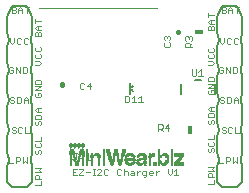
<source format=gto>
G75*
%MOIN*%
%OFA0B0*%
%FSLAX24Y24*%
%IPPOS*%
%LPD*%
%AMOC8*
5,1,8,0,0,1.08239X$1,22.5*
%
%ADD10C,0.0040*%
%ADD11C,0.0080*%
%ADD12R,0.0042X0.0007*%
%ADD13R,0.0035X0.0007*%
%ADD14R,0.0028X0.0007*%
%ADD15R,0.0099X0.0007*%
%ADD16R,0.0106X0.0007*%
%ADD17R,0.0092X0.0007*%
%ADD18R,0.0120X0.0007*%
%ADD19R,0.0113X0.0007*%
%ADD20R,0.0085X0.0007*%
%ADD21R,0.0333X0.0007*%
%ADD22R,0.0099X0.0007*%
%ADD23R,0.0106X0.0007*%
%ADD24R,0.0092X0.0007*%
%ADD25R,0.0163X0.0007*%
%ADD26R,0.0149X0.0007*%
%ADD27R,0.0092X0.0007*%
%ADD28R,0.0127X0.0007*%
%ADD29R,0.0333X0.0007*%
%ADD30R,0.0099X0.0007*%
%ADD31R,0.0106X0.0007*%
%ADD32R,0.0092X0.0007*%
%ADD33R,0.0113X0.0007*%
%ADD34R,0.0191X0.0007*%
%ADD35R,0.0177X0.0007*%
%ADD36R,0.0092X0.0007*%
%ADD37R,0.0149X0.0007*%
%ADD38R,0.0333X0.0007*%
%ADD39R,0.0120X0.0007*%
%ADD40R,0.0212X0.0007*%
%ADD41R,0.0191X0.0007*%
%ADD42R,0.0092X0.0007*%
%ADD43R,0.0177X0.0007*%
%ADD44R,0.0120X0.0007*%
%ADD45R,0.0234X0.0007*%
%ADD46R,0.0205X0.0007*%
%ADD47R,0.0099X0.0007*%
%ADD48R,0.0120X0.0007*%
%ADD49R,0.0092X0.0007*%
%ADD50R,0.0113X0.0007*%
%ADD51R,0.0120X0.0007*%
%ADD52R,0.0255X0.0007*%
%ADD53R,0.0220X0.0007*%
%ADD54R,0.0092X0.0007*%
%ADD55R,0.0106X0.0007*%
%ADD56R,0.0198X0.0007*%
%ADD57R,0.0333X0.0007*%
%ADD58R,0.0135X0.0007*%
%ADD59R,0.0127X0.0007*%
%ADD60R,0.0269X0.0007*%
%ADD61R,0.0326X0.0007*%
%ADD62R,0.0212X0.0007*%
%ADD63R,0.0135X0.0007*%
%ADD64R,0.0127X0.0007*%
%ADD65R,0.0127X0.0007*%
%ADD66R,0.0283X0.0007*%
%ADD67R,0.0333X0.0007*%
%ADD68R,0.0227X0.0007*%
%ADD69R,0.0135X0.0007*%
%ADD70R,0.0127X0.0007*%
%ADD71R,0.0290X0.0007*%
%ADD72R,0.0333X0.0007*%
%ADD73R,0.0135X0.0007*%
%ADD74R,0.0297X0.0007*%
%ADD75R,0.0340X0.0007*%
%ADD76R,0.0149X0.0007*%
%ADD77R,0.0135X0.0007*%
%ADD78R,0.0142X0.0007*%
%ADD79R,0.0312X0.0007*%
%ADD80R,0.0156X0.0007*%
%ADD81R,0.0340X0.0007*%
%ADD82R,0.0142X0.0007*%
%ADD83R,0.0120X0.0007*%
%ADD84R,0.0142X0.0007*%
%ADD85R,0.0326X0.0007*%
%ADD86R,0.0149X0.0007*%
%ADD87R,0.0142X0.0007*%
%ADD88R,0.0106X0.0007*%
%ADD89R,0.0127X0.0007*%
%ADD90R,0.0135X0.0007*%
%ADD91R,0.0113X0.0007*%
%ADD92R,0.0163X0.0007*%
%ADD93R,0.0163X0.0007*%
%ADD94R,0.0156X0.0007*%
%ADD95R,0.0113X0.0007*%
%ADD96R,0.0120X0.0007*%
%ADD97R,0.0163X0.0007*%
%ADD98R,0.0163X0.0007*%
%ADD99R,0.0085X0.0007*%
%ADD100R,0.0170X0.0007*%
%ADD101R,0.0177X0.0007*%
%ADD102R,0.0085X0.0007*%
%ADD103R,0.0078X0.0007*%
%ADD104R,0.0177X0.0007*%
%ADD105R,0.0106X0.0007*%
%ADD106R,0.0113X0.0007*%
%ADD107R,0.0085X0.0007*%
%ADD108R,0.0177X0.0007*%
%ADD109R,0.0085X0.0007*%
%ADD110R,0.0177X0.0007*%
%ADD111R,0.0177X0.0007*%
%ADD112R,0.0099X0.0007*%
%ADD113R,0.0184X0.0007*%
%ADD114R,0.0099X0.0007*%
%ADD115R,0.0368X0.0007*%
%ADD116R,0.0191X0.0007*%
%ADD117R,0.0368X0.0007*%
%ADD118R,0.0163X0.0007*%
%ADD119R,0.0184X0.0007*%
%ADD120R,0.0368X0.0007*%
%ADD121R,0.0290X0.0007*%
%ADD122R,0.0113X0.0007*%
%ADD123R,0.0085X0.0007*%
%ADD124R,0.0368X0.0007*%
%ADD125R,0.0276X0.0007*%
%ADD126R,0.0361X0.0007*%
%ADD127R,0.0255X0.0007*%
%ADD128R,0.0085X0.0007*%
%ADD129R,0.0361X0.0007*%
%ADD130R,0.0220X0.0007*%
%ADD131R,0.0361X0.0007*%
%ADD132R,0.0099X0.0007*%
%ADD133R,0.0106X0.0007*%
%ADD134R,0.0106X0.0007*%
%ADD135R,0.0120X0.0007*%
%ADD136R,0.0219X0.0007*%
%ADD137R,0.0142X0.0007*%
%ADD138R,0.0219X0.0007*%
%ADD139R,0.0312X0.0007*%
%ADD140R,0.0219X0.0007*%
%ADD141R,0.0347X0.0007*%
%ADD142R,0.0312X0.0007*%
%ADD143R,0.0304X0.0007*%
%ADD144R,0.0340X0.0007*%
%ADD145R,0.0312X0.0007*%
%ADD146R,0.0234X0.0007*%
%ADD147R,0.0297X0.0007*%
%ADD148R,0.0219X0.0007*%
%ADD149R,0.0312X0.0007*%
%ADD150R,0.0227X0.0007*%
%ADD151R,0.0283X0.0007*%
%ADD152R,0.0290X0.0007*%
%ADD153R,0.0269X0.0007*%
%ADD154R,0.0205X0.0007*%
%ADD155R,0.0184X0.0007*%
%ADD156R,0.0255X0.0007*%
%ADD157R,0.0198X0.0007*%
%ADD158R,0.0191X0.0007*%
%ADD159R,0.0184X0.0007*%
%ADD160R,0.0241X0.0007*%
%ADD161R,0.0255X0.0007*%
%ADD162R,0.0191X0.0007*%
%ADD163R,0.0198X0.0007*%
%ADD164R,0.0184X0.0007*%
%ADD165R,0.0234X0.0007*%
%ADD166R,0.0212X0.0007*%
%ADD167R,0.0184X0.0007*%
%ADD168R,0.0170X0.0007*%
%ADD169R,0.0170X0.0007*%
%ADD170R,0.0156X0.0007*%
%ADD171R,0.0035X0.0007*%
%ADD172R,0.0170X0.0007*%
%ADD173R,0.0042X0.0007*%
%ADD174R,0.0064X0.0007*%
%ADD175R,0.0028X0.0007*%
%ADD176R,0.0035X0.0007*%
%ADD177R,0.0156X0.0007*%
%ADD178R,0.0177X0.0007*%
%ADD179R,0.0170X0.0007*%
%ADD180R,0.0028X0.0007*%
%ADD181R,0.0028X0.0007*%
%ADD182R,0.0057X0.0007*%
%ADD183R,0.0057X0.0007*%
%ADD184R,0.0042X0.0007*%
%ADD185R,0.0043X0.0007*%
%ADD186R,0.0050X0.0007*%
%ADD187R,0.0050X0.0007*%
%ADD188R,0.0043X0.0007*%
%ADD189R,0.0043X0.0007*%
%ADD190R,0.0035X0.0007*%
%ADD191R,0.0035X0.0007*%
%ADD192R,0.0078X0.0007*%
%ADD193R,0.0064X0.0007*%
%ADD194C,0.0020*%
%ADD195R,0.0280X0.0160*%
%ADD196R,0.0160X0.0280*%
%ADD197C,0.0160*%
%ADD198C,0.0000*%
D10*
X001890Y001450D02*
X002091Y001450D01*
X002091Y001583D01*
X002091Y001671D02*
X001890Y001671D01*
X001890Y001771D01*
X001924Y001804D01*
X001991Y001804D01*
X002024Y001771D01*
X002024Y001671D01*
X002091Y001892D02*
X001890Y001892D01*
X001890Y002025D02*
X002091Y002025D01*
X002024Y001958D01*
X002091Y001892D01*
X001604Y002198D02*
X001604Y002398D01*
X001470Y002398D02*
X001470Y002198D01*
X001537Y002264D01*
X001604Y002198D01*
X001383Y002298D02*
X001383Y002364D01*
X001349Y002398D01*
X001249Y002398D01*
X001249Y002198D01*
X001249Y002264D02*
X001349Y002264D01*
X001383Y002298D01*
X001162Y002198D02*
X001028Y002198D01*
X001028Y002398D01*
X001883Y002530D02*
X001916Y002497D01*
X001949Y002497D01*
X001983Y002530D01*
X001983Y002597D01*
X002016Y002630D01*
X002049Y002630D01*
X002083Y002597D01*
X002083Y002530D01*
X002049Y002497D01*
X001883Y002530D02*
X001883Y002597D01*
X001916Y002630D01*
X001916Y002718D02*
X002049Y002718D01*
X002083Y002751D01*
X002083Y002818D01*
X002049Y002851D01*
X002083Y002939D02*
X002083Y003072D01*
X002083Y002939D02*
X001883Y002939D01*
X001916Y002851D02*
X001883Y002818D01*
X001883Y002751D01*
X001916Y002718D01*
X001682Y003182D02*
X001549Y003182D01*
X001549Y003382D01*
X001461Y003349D02*
X001428Y003382D01*
X001361Y003382D01*
X001328Y003349D01*
X001328Y003215D01*
X001361Y003182D01*
X001428Y003182D01*
X001461Y003215D01*
X001240Y003215D02*
X001207Y003182D01*
X001140Y003182D01*
X001107Y003215D01*
X001140Y003282D02*
X001107Y003315D01*
X001107Y003349D01*
X001140Y003382D01*
X001207Y003382D01*
X001240Y003349D01*
X001207Y003282D02*
X001240Y003249D01*
X001240Y003215D01*
X001207Y003282D02*
X001140Y003282D01*
X001890Y003491D02*
X001924Y003457D01*
X001957Y003457D01*
X001991Y003491D01*
X001991Y003557D01*
X002024Y003591D01*
X002057Y003591D01*
X002091Y003557D01*
X002091Y003491D01*
X002057Y003457D01*
X001890Y003491D02*
X001890Y003557D01*
X001924Y003591D01*
X001890Y003678D02*
X001890Y003778D01*
X001924Y003812D01*
X002057Y003812D01*
X002091Y003778D01*
X002091Y003678D01*
X001890Y003678D01*
X001957Y003899D02*
X001890Y003966D01*
X001957Y004033D01*
X002091Y004033D01*
X001991Y004033D02*
X001991Y003899D01*
X001957Y003899D02*
X002091Y003899D01*
X001643Y004205D02*
X001643Y004339D01*
X001576Y004406D01*
X001510Y004339D01*
X001510Y004205D01*
X001422Y004239D02*
X001422Y004372D01*
X001389Y004406D01*
X001289Y004406D01*
X001289Y004205D01*
X001389Y004205D01*
X001422Y004239D01*
X001510Y004306D02*
X001643Y004306D01*
X001890Y004436D02*
X001890Y004502D01*
X001924Y004536D01*
X001890Y004502D01*
X001890Y004436D01*
X001924Y004402D01*
X002057Y004402D01*
X002091Y004436D01*
X002091Y004502D01*
X002057Y004536D01*
X001991Y004536D01*
X001991Y004469D01*
X001991Y004536D01*
X002057Y004536D01*
X002091Y004502D01*
X002091Y004436D01*
X002057Y004402D01*
X001924Y004402D01*
X001890Y004436D01*
X001890Y004623D02*
X002091Y004757D01*
X001890Y004757D01*
X002091Y004757D01*
X001890Y004623D01*
X002091Y004623D01*
X001890Y004623D01*
X001890Y004844D02*
X001890Y004944D01*
X001924Y004978D01*
X001890Y004944D01*
X001890Y004844D01*
X002091Y004844D01*
X002091Y004944D01*
X002057Y004978D01*
X001924Y004978D01*
X002057Y004978D01*
X002091Y004944D01*
X002091Y004844D01*
X001890Y004844D01*
X001570Y005190D02*
X001470Y005190D01*
X001470Y005390D01*
X001570Y005390D01*
X001604Y005356D01*
X001604Y005223D01*
X001570Y005190D01*
X001383Y005190D02*
X001383Y005390D01*
X001249Y005390D02*
X001383Y005190D01*
X001249Y005190D02*
X001249Y005390D01*
X001162Y005356D02*
X001128Y005390D01*
X001062Y005390D01*
X001028Y005356D01*
X001028Y005223D01*
X001062Y005190D01*
X001128Y005190D01*
X001162Y005223D01*
X001162Y005290D01*
X001095Y005290D01*
X001894Y005472D02*
X002028Y005472D01*
X002094Y005538D01*
X002028Y005605D01*
X001894Y005605D01*
X001928Y005693D02*
X001894Y005726D01*
X001894Y005793D01*
X001928Y005826D01*
X001928Y005914D02*
X002061Y005914D01*
X002094Y005947D01*
X002094Y006014D01*
X002061Y006047D01*
X001928Y006047D02*
X001894Y006014D01*
X001894Y005947D01*
X001928Y005914D01*
X002061Y005826D02*
X002094Y005793D01*
X002094Y005726D01*
X002061Y005693D01*
X001928Y005693D01*
X001610Y006174D02*
X001643Y006207D01*
X001610Y006174D02*
X001543Y006174D01*
X001510Y006207D01*
X001510Y006341D01*
X001543Y006374D01*
X001610Y006374D01*
X001643Y006341D01*
X001422Y006341D02*
X001389Y006374D01*
X001322Y006374D01*
X001289Y006341D01*
X001289Y006207D01*
X001322Y006174D01*
X001389Y006174D01*
X001422Y006207D01*
X001201Y006241D02*
X001134Y006174D01*
X001068Y006241D01*
X001068Y006374D01*
X001201Y006374D02*
X001201Y006241D01*
X001878Y006418D02*
X001878Y006519D01*
X001912Y006552D01*
X001945Y006552D01*
X001979Y006519D01*
X001979Y006418D01*
X002079Y006418D02*
X002079Y006519D01*
X002045Y006552D01*
X002012Y006552D01*
X001979Y006519D01*
X002079Y006418D02*
X001878Y006418D01*
X001945Y006639D02*
X001878Y006706D01*
X001945Y006773D01*
X002079Y006773D01*
X001979Y006773D02*
X001979Y006639D01*
X001945Y006639D02*
X002079Y006639D01*
X001878Y006860D02*
X001878Y006994D01*
X001878Y006927D02*
X002079Y006927D01*
X001616Y007198D02*
X001616Y007398D01*
X001682Y007398D02*
X001549Y007398D01*
X001461Y007331D02*
X001461Y007198D01*
X001461Y007298D02*
X001328Y007298D01*
X001328Y007331D02*
X001395Y007398D01*
X001461Y007331D01*
X001328Y007331D02*
X001328Y007198D01*
X001240Y007231D02*
X001240Y007264D01*
X001207Y007298D01*
X001107Y007298D01*
X001107Y007198D02*
X001107Y007398D01*
X001207Y007398D01*
X001240Y007364D01*
X001240Y007331D01*
X001207Y007298D01*
X001240Y007231D02*
X001207Y007198D01*
X001107Y007198D01*
X001101Y004406D02*
X001068Y004372D01*
X001068Y004339D01*
X001101Y004306D01*
X001168Y004306D01*
X001201Y004272D01*
X001201Y004239D01*
X001168Y004205D01*
X001101Y004205D01*
X001068Y004239D01*
X001101Y004406D02*
X001168Y004406D01*
X001201Y004372D01*
X003145Y001986D02*
X003145Y001786D01*
X003278Y001786D01*
X003366Y001786D02*
X003499Y001786D01*
X003366Y001786D02*
X003366Y001820D01*
X003499Y001953D01*
X003499Y001986D01*
X003366Y001986D01*
X003278Y001986D02*
X003145Y001986D01*
X003145Y001886D02*
X003212Y001886D01*
X003587Y001886D02*
X003720Y001886D01*
X003808Y001786D02*
X003874Y001786D01*
X003841Y001786D02*
X003841Y001986D01*
X003808Y001986D02*
X003874Y001986D01*
X003955Y001953D02*
X003988Y001986D01*
X004055Y001986D01*
X004089Y001953D01*
X004089Y001920D01*
X003955Y001786D01*
X004089Y001786D01*
X004176Y001820D02*
X004209Y001786D01*
X004276Y001786D01*
X004310Y001820D01*
X004176Y001820D02*
X004176Y001953D01*
X004209Y001986D01*
X004276Y001986D01*
X004310Y001953D01*
X004618Y001953D02*
X004618Y001820D01*
X004651Y001786D01*
X004718Y001786D01*
X004751Y001820D01*
X004839Y001786D02*
X004839Y001986D01*
X004872Y001920D02*
X004839Y001886D01*
X004872Y001920D02*
X004939Y001920D01*
X004972Y001886D01*
X004972Y001786D01*
X005060Y001820D02*
X005093Y001853D01*
X005193Y001853D01*
X005193Y001886D02*
X005193Y001786D01*
X005093Y001786D01*
X005060Y001820D01*
X005093Y001920D02*
X005160Y001920D01*
X005193Y001886D01*
X005281Y001853D02*
X005348Y001920D01*
X005381Y001920D01*
X005465Y001886D02*
X005465Y001820D01*
X005499Y001786D01*
X005599Y001786D01*
X005599Y001753D02*
X005599Y001920D01*
X005499Y001920D01*
X005465Y001886D01*
X005599Y001753D02*
X005565Y001719D01*
X005532Y001719D01*
X005686Y001820D02*
X005686Y001886D01*
X005720Y001920D01*
X005786Y001920D01*
X005820Y001886D01*
X005820Y001853D01*
X005686Y001853D01*
X005686Y001820D02*
X005720Y001786D01*
X005786Y001786D01*
X005907Y001786D02*
X005907Y001920D01*
X005907Y001853D02*
X005974Y001920D01*
X006007Y001920D01*
X006312Y001986D02*
X006312Y001853D01*
X006379Y001786D01*
X006446Y001853D01*
X006446Y001986D01*
X006533Y001920D02*
X006600Y001986D01*
X006600Y001786D01*
X006533Y001786D02*
X006667Y001786D01*
X007666Y001814D02*
X007666Y001714D01*
X007866Y001714D01*
X007799Y001714D02*
X007799Y001814D01*
X007766Y001847D01*
X007699Y001847D01*
X007666Y001814D01*
X007666Y001935D02*
X007866Y001935D01*
X007799Y002002D01*
X007866Y002068D01*
X007666Y002068D01*
X008028Y002198D02*
X008028Y002398D01*
X008028Y002198D02*
X008162Y002198D01*
X008249Y002198D02*
X008249Y002398D01*
X008349Y002398D01*
X008383Y002364D01*
X008383Y002298D01*
X008349Y002264D01*
X008249Y002264D01*
X008470Y002198D02*
X008470Y002398D01*
X008604Y002398D02*
X008604Y002198D01*
X008537Y002264D01*
X008470Y002198D01*
X007866Y002589D02*
X007833Y002556D01*
X007866Y002589D02*
X007866Y002656D01*
X007833Y002689D01*
X007799Y002689D01*
X007766Y002656D01*
X007766Y002589D01*
X007733Y002556D01*
X007699Y002556D01*
X007666Y002589D01*
X007666Y002656D01*
X007699Y002689D01*
X007699Y002777D02*
X007833Y002777D01*
X007866Y002810D01*
X007866Y002877D01*
X007833Y002910D01*
X007866Y002998D02*
X007866Y003131D01*
X007866Y002998D02*
X007666Y002998D01*
X007699Y002910D02*
X007666Y002877D01*
X007666Y002810D01*
X007699Y002777D01*
X008140Y003182D02*
X008107Y003215D01*
X008140Y003182D02*
X008207Y003182D01*
X008240Y003215D01*
X008240Y003249D01*
X008207Y003282D01*
X008140Y003282D01*
X008107Y003315D01*
X008107Y003349D01*
X008140Y003382D01*
X008207Y003382D01*
X008240Y003349D01*
X008328Y003349D02*
X008328Y003215D01*
X008361Y003182D01*
X008428Y003182D01*
X008461Y003215D01*
X008549Y003182D02*
X008682Y003182D01*
X008549Y003182D02*
X008549Y003382D01*
X008461Y003349D02*
X008428Y003382D01*
X008361Y003382D01*
X008328Y003349D01*
X007866Y003534D02*
X007833Y003501D01*
X007866Y003534D02*
X007866Y003601D01*
X007833Y003634D01*
X007799Y003634D01*
X007766Y003601D01*
X007766Y003534D01*
X007733Y003501D01*
X007699Y003501D01*
X007666Y003534D01*
X007666Y003601D01*
X007699Y003634D01*
X007666Y003722D02*
X007666Y003822D01*
X007699Y003855D01*
X007833Y003855D01*
X007866Y003822D01*
X007866Y003722D01*
X007666Y003722D01*
X007733Y003943D02*
X007666Y004009D01*
X007733Y004076D01*
X007866Y004076D01*
X007766Y004076D02*
X007766Y003943D01*
X007733Y003943D02*
X007866Y003943D01*
X008101Y004205D02*
X008068Y004239D01*
X008101Y004205D02*
X008168Y004205D01*
X008201Y004239D01*
X008201Y004272D01*
X008168Y004306D01*
X008101Y004306D01*
X008068Y004339D01*
X008068Y004372D01*
X008101Y004406D01*
X008168Y004406D01*
X008201Y004372D01*
X008289Y004406D02*
X008389Y004406D01*
X008422Y004372D01*
X008422Y004239D01*
X008389Y004205D01*
X008289Y004205D01*
X008289Y004406D01*
X008510Y004339D02*
X008510Y004205D01*
X008510Y004306D02*
X008643Y004306D01*
X008643Y004339D02*
X008643Y004205D01*
X008643Y004339D02*
X008576Y004406D01*
X008510Y004339D01*
X007866Y004518D02*
X007866Y004585D01*
X007833Y004618D01*
X007766Y004618D01*
X007766Y004552D01*
X007699Y004618D02*
X007666Y004585D01*
X007666Y004518D01*
X007699Y004485D01*
X007833Y004485D01*
X007866Y004518D01*
X007866Y004706D02*
X007666Y004706D01*
X007866Y004839D01*
X007666Y004839D01*
X007666Y004927D02*
X007666Y005027D01*
X007699Y005060D01*
X007833Y005060D01*
X007866Y005027D01*
X007866Y004927D01*
X007666Y004927D01*
X008028Y005223D02*
X008062Y005190D01*
X008128Y005190D01*
X008162Y005223D01*
X008162Y005290D01*
X008095Y005290D01*
X008162Y005356D02*
X008128Y005390D01*
X008062Y005390D01*
X008028Y005356D01*
X008028Y005223D01*
X008249Y005190D02*
X008249Y005390D01*
X008383Y005190D01*
X008383Y005390D01*
X008470Y005390D02*
X008570Y005390D01*
X008604Y005356D01*
X008604Y005223D01*
X008570Y005190D01*
X008470Y005190D01*
X008470Y005390D01*
X007866Y005536D02*
X007799Y005469D01*
X007666Y005469D01*
X007666Y005603D02*
X007799Y005603D01*
X007866Y005536D01*
X007833Y005690D02*
X007699Y005690D01*
X007666Y005724D01*
X007666Y005790D01*
X007699Y005824D01*
X007699Y005911D02*
X007833Y005911D01*
X007866Y005945D01*
X007866Y006011D01*
X007833Y006045D01*
X007699Y006045D02*
X007666Y006011D01*
X007666Y005945D01*
X007699Y005911D01*
X007833Y005824D02*
X007866Y005790D01*
X007866Y005724D01*
X007833Y005690D01*
X008134Y006174D02*
X008201Y006241D01*
X008201Y006374D01*
X008289Y006341D02*
X008289Y006207D01*
X008322Y006174D01*
X008389Y006174D01*
X008422Y006207D01*
X008510Y006207D02*
X008543Y006174D01*
X008610Y006174D01*
X008643Y006207D01*
X008510Y006207D02*
X008510Y006341D01*
X008543Y006374D01*
X008610Y006374D01*
X008643Y006341D01*
X008422Y006341D02*
X008389Y006374D01*
X008322Y006374D01*
X008289Y006341D01*
X008134Y006174D02*
X008068Y006241D01*
X008068Y006374D01*
X007843Y006619D02*
X007843Y006719D01*
X007809Y006752D01*
X007776Y006752D01*
X007743Y006719D01*
X007743Y006619D01*
X007843Y006619D02*
X007642Y006619D01*
X007642Y006719D01*
X007676Y006752D01*
X007709Y006752D01*
X007743Y006719D01*
X007743Y006840D02*
X007743Y006973D01*
X007709Y006973D02*
X007843Y006973D01*
X007843Y006840D02*
X007709Y006840D01*
X007642Y006907D01*
X007709Y006973D01*
X007642Y007061D02*
X007642Y007194D01*
X007642Y007128D02*
X007843Y007128D01*
X008107Y007198D02*
X008107Y007398D01*
X008207Y007398D01*
X008240Y007364D01*
X008240Y007331D01*
X008207Y007298D01*
X008107Y007298D01*
X008207Y007298D02*
X008240Y007264D01*
X008240Y007231D01*
X008207Y007198D01*
X008107Y007198D01*
X008328Y007198D02*
X008328Y007331D01*
X008395Y007398D01*
X008461Y007331D01*
X008461Y007198D01*
X008461Y007298D02*
X008328Y007298D01*
X008549Y007398D02*
X008682Y007398D01*
X008616Y007398D02*
X008616Y007198D01*
X004718Y001986D02*
X004651Y001986D01*
X004618Y001953D01*
X004718Y001986D02*
X004751Y001953D01*
X005281Y001920D02*
X005281Y001786D01*
X007666Y001493D02*
X007866Y001493D01*
X007866Y001626D01*
D11*
X001128Y001390D02*
X000957Y001561D01*
X000957Y002061D01*
X001010Y002311D01*
X000957Y002561D01*
X000957Y003061D01*
X001010Y003311D01*
X000957Y003561D01*
X000957Y004061D01*
X001010Y004311D01*
X000957Y004561D01*
X000957Y005061D01*
X001010Y005311D01*
X000957Y005561D01*
X000957Y006061D01*
X001010Y006311D01*
X000957Y006561D01*
X000957Y007061D01*
X001128Y007430D01*
X001628Y007430D01*
X001800Y007061D01*
X001800Y006561D01*
X001746Y006311D01*
X001800Y006061D01*
X001800Y005561D01*
X001746Y005311D01*
X001800Y005061D01*
X001800Y004561D01*
X001746Y004311D01*
X001800Y004061D01*
X001800Y003561D01*
X001746Y003311D01*
X001800Y003061D01*
X001800Y002561D01*
X001746Y002311D01*
X001800Y002061D01*
X001800Y001561D01*
X001628Y001390D01*
X001128Y001390D01*
X005044Y004504D02*
X005044Y004685D01*
X005166Y004777D01*
X005044Y004867D02*
X005044Y004685D01*
X005050Y004675D02*
X005166Y004599D01*
X006755Y004489D02*
X006755Y004827D01*
X007210Y004977D02*
X007421Y004977D01*
X007875Y004827D02*
X007875Y004489D01*
X007957Y004561D02*
X008010Y004311D01*
X007957Y004061D01*
X007957Y003561D01*
X008010Y003311D01*
X007957Y003061D01*
X007957Y002561D01*
X008010Y002311D01*
X007957Y002061D01*
X007957Y001561D01*
X008128Y001390D01*
X008628Y001390D01*
X008800Y001561D01*
X008800Y002061D01*
X008746Y002311D01*
X008800Y002561D01*
X008800Y003061D01*
X008746Y003311D01*
X008800Y003561D01*
X008800Y004061D01*
X008746Y004311D01*
X008800Y004561D01*
X008800Y005061D01*
X008746Y005311D01*
X008800Y005561D01*
X008800Y006061D01*
X008746Y006311D01*
X008800Y006561D01*
X008800Y007061D01*
X008628Y007430D01*
X008128Y007430D01*
X007957Y007061D01*
X007957Y006561D01*
X008010Y006311D01*
X007957Y006061D01*
X007957Y005561D01*
X008010Y005311D01*
X007957Y005061D01*
X007957Y004561D01*
D12*
X005066Y002099D03*
X003529Y002750D03*
X003515Y002793D03*
X003445Y002750D03*
X003445Y002743D03*
X003395Y002750D03*
X003381Y002793D03*
X003310Y002750D03*
X003310Y002743D03*
X003260Y002750D03*
X003246Y002793D03*
X003218Y002694D03*
X003083Y002694D03*
X003041Y002743D03*
X003041Y002750D03*
X003112Y002793D03*
X003352Y002694D03*
X003487Y002694D03*
D13*
X003080Y002842D03*
X005395Y002099D03*
D14*
X005866Y002502D03*
X006192Y002099D03*
D15*
X006192Y002106D03*
X006305Y002255D03*
X006305Y002269D03*
X006305Y002304D03*
X006305Y002318D03*
X006298Y002368D03*
X006447Y002368D03*
X006447Y002354D03*
X006447Y002318D03*
X006447Y002304D03*
X006447Y002269D03*
X006447Y002255D03*
X006447Y002219D03*
X006447Y002205D03*
X006447Y002177D03*
X006447Y002155D03*
X006447Y002127D03*
X006447Y002106D03*
X006447Y002396D03*
X006447Y002417D03*
X006447Y002446D03*
X006447Y002467D03*
X006447Y002545D03*
X006447Y002573D03*
X006447Y002594D03*
X006447Y002623D03*
X006036Y002354D03*
X005710Y002318D03*
X005710Y002304D03*
X005710Y002269D03*
X005710Y002255D03*
X005710Y002219D03*
X005710Y002205D03*
X005710Y002177D03*
X005710Y002155D03*
X005710Y002127D03*
X005710Y002106D03*
X005562Y002255D03*
X005562Y002269D03*
X005562Y002368D03*
X005562Y002396D03*
X005335Y002396D03*
X005186Y002354D03*
X005172Y002396D03*
X005186Y002219D03*
X005179Y002205D03*
X005328Y002255D03*
X004939Y002219D03*
X004931Y002354D03*
X004931Y002368D03*
X004804Y002396D03*
X004797Y002368D03*
X004790Y002354D03*
X004783Y002318D03*
X004776Y002304D03*
X004655Y002354D03*
X004641Y002417D03*
X004393Y002304D03*
X004450Y002106D03*
X004719Y002106D03*
X004025Y002106D03*
X004025Y002127D03*
X004025Y002155D03*
X004025Y002177D03*
X004025Y002205D03*
X004025Y002219D03*
X004025Y002255D03*
X004025Y002269D03*
X004025Y002304D03*
X004025Y002318D03*
X004025Y002354D03*
X004025Y002368D03*
X003777Y002368D03*
X003777Y002354D03*
X003629Y002354D03*
X003629Y002368D03*
X003629Y002396D03*
X003629Y002417D03*
X003629Y002446D03*
X003629Y002467D03*
X003629Y002545D03*
X003629Y002573D03*
X003629Y002594D03*
X003629Y002623D03*
X003480Y002446D03*
X003480Y002417D03*
X003480Y002396D03*
X003480Y002368D03*
X003480Y002354D03*
X003480Y002318D03*
X003480Y002304D03*
X003480Y002269D03*
X003480Y002255D03*
X003480Y002219D03*
X003480Y002205D03*
X003480Y002177D03*
X003480Y002155D03*
X003480Y002127D03*
X003480Y002106D03*
X003629Y002106D03*
X003629Y002127D03*
X003629Y002155D03*
X003629Y002177D03*
X003629Y002205D03*
X003629Y002219D03*
X003629Y002255D03*
X003629Y002269D03*
X003629Y002304D03*
X003629Y002318D03*
X003076Y002318D03*
X003076Y002304D03*
X003076Y002269D03*
X003076Y002255D03*
X003076Y002219D03*
X003076Y002205D03*
X003076Y002177D03*
X003076Y002155D03*
X003076Y002127D03*
X003076Y002106D03*
X003076Y002354D03*
X003076Y002368D03*
X003076Y002396D03*
X003076Y002417D03*
X003076Y002446D03*
D16*
X003278Y002106D03*
X004015Y002396D03*
X004340Y002495D03*
X004347Y002467D03*
X004354Y002446D03*
X004361Y002417D03*
X004369Y002396D03*
X004376Y002368D03*
X004390Y002318D03*
X004808Y002417D03*
X004815Y002446D03*
X004822Y002467D03*
X004843Y002545D03*
X004850Y002573D03*
X004857Y002594D03*
X004864Y002623D03*
X004942Y002396D03*
X004942Y002205D03*
X005558Y002219D03*
X005558Y002354D03*
X005827Y002467D03*
X006040Y002368D03*
X006040Y002219D03*
X005891Y002205D03*
X005891Y002177D03*
X005891Y002155D03*
X005891Y002127D03*
X005891Y002106D03*
X006295Y002219D03*
D17*
X006033Y002255D03*
X006033Y002269D03*
X006033Y002304D03*
X006033Y002318D03*
X006033Y002446D03*
X006033Y002467D03*
X006033Y002495D03*
X006033Y002545D03*
X006033Y002573D03*
X006033Y002594D03*
X006033Y002623D03*
X005707Y002467D03*
X005707Y002446D03*
X005324Y002368D03*
X005183Y002368D03*
X004928Y002255D03*
X004666Y002304D03*
X004666Y002318D03*
X004652Y002368D03*
X004645Y002396D03*
X004524Y002396D03*
X004517Y002368D03*
X004503Y002304D03*
X004170Y002304D03*
X004170Y002318D03*
X004170Y002354D03*
X004170Y002368D03*
X004170Y002396D03*
X004170Y002417D03*
X004170Y002446D03*
X004170Y002467D03*
X004170Y002545D03*
X004170Y002573D03*
X004170Y002594D03*
X004170Y002623D03*
X003774Y002467D03*
X003774Y002446D03*
X003774Y002318D03*
X003774Y002304D03*
X003774Y002269D03*
X003774Y002255D03*
X003774Y002219D03*
X003774Y002205D03*
X003774Y002177D03*
X003774Y002155D03*
X003774Y002127D03*
X003774Y002106D03*
X004170Y002106D03*
X004170Y002127D03*
X004170Y002155D03*
X004170Y002177D03*
X004170Y002205D03*
X004170Y002219D03*
X004170Y002255D03*
X004170Y002269D03*
X003483Y002722D03*
X003214Y002722D03*
X003080Y002722D03*
X003179Y002446D03*
X003186Y002417D03*
X003193Y002396D03*
X003214Y002318D03*
X003214Y002304D03*
X003229Y002255D03*
X003342Y002304D03*
X003370Y002417D03*
X003377Y002446D03*
X006033Y002155D03*
X006033Y002127D03*
X006033Y002106D03*
D18*
X006047Y002205D03*
X006047Y002396D03*
X005820Y002446D03*
X005063Y002495D03*
X004963Y002417D03*
X005063Y002106D03*
X006748Y002354D03*
D19*
X006716Y002318D03*
X006659Y002255D03*
X006617Y002205D03*
X006284Y002205D03*
X006284Y002396D03*
X005555Y002205D03*
X005392Y002106D03*
X005328Y002177D03*
X005342Y002269D03*
X005349Y002417D03*
X004719Y002127D03*
X004450Y002127D03*
X004323Y002573D03*
X004315Y002594D03*
X004308Y002623D03*
X003784Y002396D03*
D20*
X003352Y002354D03*
X003345Y002318D03*
X003204Y002354D03*
X005569Y002106D03*
D21*
X006698Y002106D03*
X006698Y002127D03*
X006698Y002155D03*
X006698Y002177D03*
D22*
X006447Y002162D03*
X006447Y002113D03*
X006447Y002212D03*
X006447Y002262D03*
X006447Y002311D03*
X006447Y002361D03*
X006447Y002410D03*
X006447Y002460D03*
X006447Y002580D03*
X006447Y002630D03*
X006298Y002361D03*
X006305Y002311D03*
X006305Y002262D03*
X006036Y002361D03*
X005710Y002311D03*
X005710Y002262D03*
X005710Y002212D03*
X005710Y002162D03*
X005710Y002113D03*
X005562Y002262D03*
X005562Y002361D03*
X005342Y002410D03*
X005186Y002361D03*
X005179Y002212D03*
X004939Y002212D03*
X004931Y002361D03*
X004804Y002410D03*
X004790Y002361D03*
X004818Y002460D03*
X004719Y002113D03*
X004450Y002113D03*
X004393Y002311D03*
X004379Y002361D03*
X004365Y002410D03*
X004025Y002361D03*
X004025Y002311D03*
X004025Y002262D03*
X004025Y002212D03*
X004025Y002162D03*
X004025Y002113D03*
X003777Y002361D03*
X003629Y002361D03*
X003629Y002410D03*
X003629Y002460D03*
X003629Y002580D03*
X003629Y002630D03*
X003480Y002410D03*
X003480Y002361D03*
X003480Y002311D03*
X003480Y002262D03*
X003480Y002212D03*
X003480Y002162D03*
X003480Y002113D03*
X003629Y002113D03*
X003629Y002162D03*
X003629Y002212D03*
X003629Y002262D03*
X003629Y002311D03*
X003076Y002311D03*
X003076Y002262D03*
X003076Y002212D03*
X003076Y002162D03*
X003076Y002113D03*
X003076Y002361D03*
X003076Y002410D03*
D23*
X003278Y002113D03*
X004319Y002580D03*
X004354Y002460D03*
X004850Y002580D03*
X005162Y002410D03*
X005332Y002262D03*
X005558Y002212D03*
X005551Y002410D03*
X005891Y002162D03*
X005891Y002113D03*
X006288Y002212D03*
D24*
X006033Y002262D03*
X006033Y002311D03*
X006033Y002460D03*
X006033Y002580D03*
X006033Y002630D03*
X005707Y002460D03*
X006033Y002113D03*
X004666Y002311D03*
X004652Y002361D03*
X004645Y002410D03*
X004517Y002361D03*
X004170Y002361D03*
X004170Y002410D03*
X004170Y002460D03*
X004170Y002580D03*
X004170Y002630D03*
X004170Y002311D03*
X004170Y002262D03*
X004170Y002212D03*
X004170Y002162D03*
X004170Y002113D03*
X003774Y002113D03*
X003774Y002162D03*
X003774Y002212D03*
X003774Y002262D03*
X003774Y002311D03*
X003774Y002460D03*
X003370Y002410D03*
X003356Y002361D03*
X003214Y002311D03*
X003229Y002262D03*
X003186Y002410D03*
D25*
X003448Y002580D03*
X005063Y002113D03*
D26*
X005395Y002113D03*
D27*
X005317Y002212D03*
X005565Y002113D03*
X004779Y002311D03*
X003200Y002361D03*
D28*
X004585Y002580D03*
X004719Y002162D03*
X006192Y002113D03*
D29*
X006153Y002162D03*
X006698Y002162D03*
X006698Y002113D03*
D30*
X006447Y002120D03*
X006447Y002134D03*
X006447Y002148D03*
X006447Y002170D03*
X006447Y002184D03*
X006447Y002198D03*
X006447Y002226D03*
X006447Y002233D03*
X006447Y002247D03*
X006447Y002276D03*
X006447Y002290D03*
X006447Y002297D03*
X006447Y002325D03*
X006447Y002340D03*
X006447Y002347D03*
X006447Y002375D03*
X006447Y002389D03*
X006447Y002403D03*
X006447Y002424D03*
X006447Y002439D03*
X006447Y002453D03*
X006447Y002474D03*
X006447Y002488D03*
X006447Y002538D03*
X006447Y002552D03*
X006447Y002566D03*
X006447Y002587D03*
X006447Y002602D03*
X006447Y002616D03*
X006305Y002347D03*
X006305Y002340D03*
X006305Y002325D03*
X006305Y002297D03*
X006305Y002290D03*
X006305Y002276D03*
X006298Y002233D03*
X006036Y002233D03*
X006036Y002247D03*
X006036Y002347D03*
X005831Y002474D03*
X005710Y002347D03*
X005710Y002340D03*
X005710Y002325D03*
X005710Y002297D03*
X005710Y002290D03*
X005710Y002276D03*
X005710Y002247D03*
X005710Y002233D03*
X005710Y002226D03*
X005710Y002198D03*
X005710Y002184D03*
X005710Y002170D03*
X005710Y002148D03*
X005710Y002134D03*
X005710Y002120D03*
X005562Y002226D03*
X005562Y002233D03*
X005562Y002247D03*
X005562Y002276D03*
X005562Y002375D03*
X005562Y002389D03*
X005555Y002403D03*
X005335Y002403D03*
X005186Y002347D03*
X005321Y002233D03*
X005321Y002198D03*
X004931Y002226D03*
X004931Y002233D03*
X004776Y002297D03*
X004783Y002325D03*
X004790Y002347D03*
X004797Y002375D03*
X004797Y002389D03*
X004804Y002403D03*
X004811Y002424D03*
X004811Y002439D03*
X004818Y002453D03*
X004825Y002488D03*
X004832Y002517D03*
X004839Y002538D03*
X004847Y002566D03*
X004854Y002587D03*
X004861Y002616D03*
X004931Y002375D03*
X004670Y002297D03*
X004662Y002325D03*
X004400Y002290D03*
X004386Y002340D03*
X004372Y002389D03*
X004358Y002439D03*
X004025Y002347D03*
X004025Y002340D03*
X004025Y002325D03*
X004025Y002297D03*
X004025Y002290D03*
X004025Y002276D03*
X004025Y002247D03*
X004025Y002233D03*
X004025Y002226D03*
X004025Y002198D03*
X004025Y002184D03*
X004025Y002170D03*
X004025Y002148D03*
X004025Y002134D03*
X004025Y002120D03*
X003777Y002347D03*
X003629Y002347D03*
X003629Y002340D03*
X003629Y002325D03*
X003629Y002297D03*
X003629Y002290D03*
X003629Y002276D03*
X003629Y002247D03*
X003629Y002233D03*
X003629Y002226D03*
X003629Y002198D03*
X003629Y002184D03*
X003629Y002170D03*
X003629Y002148D03*
X003629Y002134D03*
X003629Y002120D03*
X003480Y002120D03*
X003480Y002134D03*
X003480Y002148D03*
X003480Y002170D03*
X003480Y002184D03*
X003480Y002198D03*
X003480Y002226D03*
X003480Y002233D03*
X003480Y002247D03*
X003480Y002276D03*
X003480Y002290D03*
X003480Y002297D03*
X003480Y002325D03*
X003480Y002340D03*
X003480Y002347D03*
X003480Y002375D03*
X003480Y002389D03*
X003480Y002403D03*
X003480Y002424D03*
X003480Y002439D03*
X003480Y002453D03*
X003629Y002453D03*
X003629Y002439D03*
X003629Y002424D03*
X003629Y002403D03*
X003629Y002389D03*
X003629Y002375D03*
X003629Y002474D03*
X003629Y002488D03*
X003629Y002538D03*
X003629Y002552D03*
X003629Y002566D03*
X003629Y002587D03*
X003629Y002602D03*
X003629Y002616D03*
X003076Y002453D03*
X003076Y002439D03*
X003076Y002424D03*
X003076Y002403D03*
X003076Y002389D03*
X003076Y002375D03*
X003076Y002347D03*
X003076Y002340D03*
X003076Y002325D03*
X003076Y002297D03*
X003076Y002290D03*
X003076Y002276D03*
X003076Y002247D03*
X003076Y002233D03*
X003076Y002226D03*
X003076Y002198D03*
X003076Y002184D03*
X003076Y002170D03*
X003076Y002148D03*
X003076Y002134D03*
X003076Y002120D03*
D31*
X003278Y002120D03*
X003781Y002375D03*
X004022Y002375D03*
X004022Y002389D03*
X004340Y002502D03*
X004347Y002488D03*
X004347Y002474D03*
X004354Y002453D03*
X004361Y002424D03*
X004369Y002403D03*
X004376Y002375D03*
X004390Y002325D03*
X004397Y002297D03*
X004446Y002120D03*
X004822Y002474D03*
X004836Y002524D03*
X004843Y002552D03*
X004857Y002602D03*
X004949Y002403D03*
X004942Y002389D03*
X004949Y002198D03*
X005176Y002198D03*
X005324Y002184D03*
X005891Y002184D03*
X005891Y002198D03*
X005891Y002170D03*
X005891Y002148D03*
X005891Y002134D03*
X005891Y002120D03*
X006040Y002226D03*
X006040Y002375D03*
X006288Y002389D03*
X006295Y002375D03*
X006295Y002226D03*
X004326Y002552D03*
X004319Y002587D03*
X004312Y002616D03*
D32*
X004170Y002616D03*
X004170Y002602D03*
X004170Y002587D03*
X004170Y002566D03*
X004170Y002552D03*
X004170Y002538D03*
X004170Y002488D03*
X004170Y002474D03*
X004170Y002453D03*
X004170Y002439D03*
X004170Y002424D03*
X004170Y002403D03*
X004170Y002389D03*
X004170Y002375D03*
X004170Y002347D03*
X004170Y002340D03*
X004170Y002325D03*
X004170Y002297D03*
X004170Y002290D03*
X004170Y002276D03*
X004170Y002247D03*
X004170Y002233D03*
X004170Y002226D03*
X004170Y002198D03*
X004170Y002184D03*
X004170Y002170D03*
X004170Y002148D03*
X004170Y002134D03*
X004170Y002120D03*
X004510Y002340D03*
X004517Y002375D03*
X004524Y002389D03*
X004524Y002403D03*
X004638Y002424D03*
X004638Y002439D03*
X004645Y002403D03*
X004645Y002389D03*
X004652Y002375D03*
X004659Y002347D03*
X004659Y002340D03*
X004673Y002290D03*
X004772Y002290D03*
X004786Y002340D03*
X004928Y002247D03*
X005190Y002340D03*
X005183Y002375D03*
X005176Y002389D03*
X005332Y002389D03*
X005324Y002247D03*
X005707Y002453D03*
X005707Y002474D03*
X005707Y002488D03*
X006033Y002488D03*
X006033Y002474D03*
X006033Y002453D03*
X006033Y002439D03*
X006033Y002502D03*
X006033Y002517D03*
X006033Y002524D03*
X006033Y002538D03*
X006033Y002552D03*
X006033Y002566D03*
X006033Y002587D03*
X006033Y002602D03*
X006033Y002616D03*
X006033Y002340D03*
X006033Y002325D03*
X006033Y002297D03*
X006033Y002290D03*
X006033Y002276D03*
X006033Y002148D03*
X006033Y002134D03*
X006033Y002120D03*
X003774Y002120D03*
X003774Y002134D03*
X003774Y002148D03*
X003774Y002170D03*
X003774Y002184D03*
X003774Y002198D03*
X003774Y002226D03*
X003774Y002233D03*
X003774Y002247D03*
X003774Y002276D03*
X003774Y002290D03*
X003774Y002297D03*
X003774Y002325D03*
X003774Y002340D03*
X003774Y002439D03*
X003774Y002453D03*
X003774Y002474D03*
X003774Y002488D03*
X003377Y002439D03*
X003363Y002389D03*
X003207Y002347D03*
X003207Y002340D03*
X003193Y002389D03*
X003193Y002403D03*
X003186Y002424D03*
X003179Y002439D03*
X003179Y002453D03*
X003221Y002290D03*
D33*
X003784Y002389D03*
X004011Y002403D03*
X004323Y002566D03*
X004315Y002602D03*
X004450Y002134D03*
X004719Y002134D03*
X004719Y002120D03*
X005555Y002347D03*
X006043Y002389D03*
X006610Y002198D03*
X006638Y002233D03*
X006765Y002375D03*
D34*
X006195Y002134D03*
X005409Y002297D03*
X005063Y002120D03*
X004723Y002276D03*
X004446Y002276D03*
X003434Y002474D03*
X003122Y002474D03*
X003122Y002488D03*
D35*
X003115Y002538D03*
X003115Y002552D03*
X003278Y002233D03*
X003278Y002226D03*
X004446Y002247D03*
X005395Y002120D03*
D36*
X005317Y002226D03*
X005565Y002290D03*
X005565Y002297D03*
X005565Y002134D03*
X005565Y002120D03*
X006203Y002488D03*
X004531Y002439D03*
X004531Y002424D03*
X003200Y002375D03*
D37*
X003278Y002198D03*
X003278Y002184D03*
X004446Y002198D03*
X004723Y002198D03*
X006061Y002184D03*
X006195Y002120D03*
X006203Y002474D03*
D38*
X006153Y002170D03*
X006698Y002170D03*
X006698Y002148D03*
X006698Y002134D03*
X006698Y002120D03*
X003894Y002424D03*
D39*
X003278Y002127D03*
X005155Y002417D03*
X005544Y002417D03*
X006627Y002219D03*
X006670Y002269D03*
X006762Y002368D03*
X006783Y002396D03*
D40*
X005059Y002127D03*
D41*
X005395Y002127D03*
X004723Y002269D03*
X004588Y002446D03*
X003434Y002467D03*
X003122Y002495D03*
D42*
X003200Y002368D03*
X003349Y002722D03*
X004531Y002417D03*
X005317Y002219D03*
X005317Y002205D03*
X005565Y002127D03*
D43*
X006195Y002127D03*
X006203Y002467D03*
X004723Y002255D03*
X003944Y002467D03*
D44*
X004446Y002148D03*
X005551Y002198D03*
X006280Y002198D03*
X006280Y002403D03*
X006634Y002226D03*
X006677Y002276D03*
X006719Y002325D03*
X006734Y002340D03*
X006776Y002389D03*
X003278Y002134D03*
D45*
X005063Y002134D03*
X006203Y002439D03*
D46*
X005395Y002134D03*
D47*
X005321Y002191D03*
X005321Y002240D03*
X005179Y002382D03*
X004939Y002382D03*
X004811Y002432D03*
X004825Y002481D03*
X004832Y002509D03*
X004839Y002531D03*
X004847Y002559D03*
X004797Y002382D03*
X004783Y002332D03*
X004931Y002240D03*
X004386Y002332D03*
X004372Y002382D03*
X004025Y002332D03*
X004025Y002283D03*
X004025Y002240D03*
X004025Y002191D03*
X004025Y002141D03*
X003629Y002141D03*
X003629Y002191D03*
X003629Y002240D03*
X003629Y002283D03*
X003629Y002332D03*
X003629Y002382D03*
X003629Y002432D03*
X003629Y002481D03*
X003629Y002559D03*
X003629Y002609D03*
X003480Y002432D03*
X003480Y002382D03*
X003480Y002332D03*
X003480Y002283D03*
X003480Y002240D03*
X003480Y002191D03*
X003480Y002141D03*
X003076Y002141D03*
X003076Y002191D03*
X003076Y002240D03*
X003076Y002283D03*
X003076Y002332D03*
X003076Y002382D03*
X003076Y002432D03*
X005562Y002382D03*
X005710Y002332D03*
X005710Y002283D03*
X005710Y002240D03*
X005710Y002191D03*
X005710Y002141D03*
X005562Y002240D03*
X006036Y002240D03*
X006298Y002240D03*
X006305Y002283D03*
X006305Y002332D03*
X006447Y002332D03*
X006447Y002283D03*
X006447Y002240D03*
X006447Y002191D03*
X006447Y002141D03*
X006447Y002382D03*
X006447Y002432D03*
X006447Y002481D03*
X006447Y002559D03*
X006447Y002609D03*
D48*
X006727Y002332D03*
X006684Y002283D03*
X006273Y002191D03*
X003278Y002141D03*
D49*
X003221Y002283D03*
X003207Y002332D03*
X003193Y002382D03*
X003186Y002432D03*
X003363Y002382D03*
X003774Y002432D03*
X003774Y002481D03*
X003774Y002332D03*
X003774Y002283D03*
X003774Y002240D03*
X003774Y002191D03*
X003774Y002141D03*
X004170Y002141D03*
X004170Y002191D03*
X004170Y002240D03*
X004170Y002283D03*
X004170Y002332D03*
X004170Y002382D03*
X004170Y002432D03*
X004170Y002481D03*
X004170Y002559D03*
X004170Y002609D03*
X004510Y002332D03*
X004638Y002432D03*
X004652Y002382D03*
X004659Y002332D03*
X005332Y002382D03*
X005707Y002481D03*
X005834Y002481D03*
X006033Y002481D03*
X006033Y002509D03*
X006033Y002531D03*
X006033Y002559D03*
X006033Y002609D03*
X006033Y002332D03*
X006033Y002283D03*
X006033Y002141D03*
X003483Y002800D03*
X003214Y002800D03*
X003080Y002800D03*
D50*
X004450Y002141D03*
X004953Y002191D03*
X006043Y002382D03*
X006773Y002382D03*
D51*
X005721Y002382D03*
X004723Y002141D03*
D52*
X005059Y002141D03*
D53*
X005395Y002141D03*
D54*
X005565Y002141D03*
X005565Y002283D03*
X004531Y002432D03*
X003349Y002332D03*
X003349Y002800D03*
D55*
X003781Y002382D03*
X004022Y002382D03*
X004340Y002509D03*
X004347Y002481D03*
X004361Y002432D03*
X004326Y002559D03*
X004312Y002609D03*
X004857Y002609D03*
X005891Y002191D03*
X005891Y002141D03*
X006295Y002382D03*
D56*
X006199Y002141D03*
D57*
X006153Y002432D03*
X006698Y002141D03*
D58*
X005544Y002340D03*
X003278Y002170D03*
X003278Y002148D03*
D59*
X003791Y002403D03*
X004585Y002587D03*
X004719Y002148D03*
X005356Y002276D03*
X006050Y002198D03*
X006050Y002403D03*
D60*
X005448Y002453D03*
X005059Y002148D03*
D61*
X005448Y002148D03*
D62*
X006199Y002148D03*
D63*
X003278Y002155D03*
D64*
X004450Y002155D03*
D65*
X004719Y002155D03*
X004585Y002573D03*
X004585Y002594D03*
D66*
X005059Y002155D03*
X005448Y002446D03*
D67*
X005445Y002155D03*
D68*
X005059Y002467D03*
X006199Y002155D03*
D69*
X003278Y002162D03*
D70*
X004450Y002162D03*
X006270Y002410D03*
D71*
X005063Y002162D03*
D72*
X005445Y002162D03*
D73*
X005728Y002389D03*
X006266Y002184D03*
X004723Y002170D03*
X004446Y002170D03*
D74*
X005059Y002170D03*
D75*
X005441Y002170D03*
D76*
X005735Y002396D03*
X004446Y002205D03*
X003455Y002623D03*
X003278Y002177D03*
D77*
X004446Y002177D03*
D78*
X004719Y002177D03*
X004585Y002545D03*
D79*
X005059Y002177D03*
D80*
X004719Y002205D03*
X005533Y002177D03*
X003452Y002594D03*
X003105Y002623D03*
D81*
X003898Y002417D03*
X006157Y002177D03*
D82*
X005448Y002488D03*
X004719Y002184D03*
X004450Y002184D03*
X004585Y002552D03*
X004585Y002566D03*
D83*
X004581Y002602D03*
X004963Y002184D03*
X005162Y002184D03*
X005820Y002453D03*
X006691Y002290D03*
X006698Y002297D03*
X006741Y002347D03*
X006790Y002403D03*
D84*
X005540Y002184D03*
D85*
X006702Y002184D03*
D86*
X004723Y002191D03*
X003278Y002191D03*
D87*
X004450Y002191D03*
X004585Y002559D03*
D88*
X004333Y002531D03*
X005169Y002191D03*
D89*
X005548Y002191D03*
D90*
X006054Y002191D03*
X006203Y002481D03*
X003944Y002481D03*
D91*
X004585Y002609D03*
X006603Y002191D03*
X006645Y002240D03*
D92*
X003278Y002219D03*
X003278Y002205D03*
D93*
X003278Y002212D03*
D94*
X004450Y002212D03*
X004719Y002212D03*
D95*
X004953Y002410D03*
X005824Y002460D03*
X006043Y002212D03*
X006666Y002262D03*
X006709Y002311D03*
D96*
X006620Y002212D03*
X004007Y002410D03*
D97*
X004446Y002219D03*
X004723Y002219D03*
X003448Y002573D03*
X003108Y002594D03*
D98*
X003108Y002587D03*
X003108Y002602D03*
X003448Y002587D03*
X003448Y002566D03*
X003944Y002474D03*
X004446Y002233D03*
X004446Y002226D03*
X004723Y002226D03*
X004723Y002233D03*
D99*
X004521Y002382D03*
X003374Y002432D03*
X003338Y002283D03*
X003324Y002240D03*
X003232Y002240D03*
D100*
X004450Y002240D03*
D101*
X004723Y002240D03*
X005523Y002332D03*
X003441Y002509D03*
X003441Y002531D03*
D102*
X003381Y002453D03*
X003374Y002424D03*
X003367Y002403D03*
X003360Y002375D03*
X003338Y002297D03*
X003338Y002290D03*
X003331Y002276D03*
X003232Y002247D03*
X003225Y002276D03*
X003218Y002297D03*
X003211Y002325D03*
X003218Y002715D03*
X003083Y002715D03*
X003487Y002715D03*
X004514Y002347D03*
X004507Y002325D03*
X004500Y002297D03*
X004500Y002290D03*
X005328Y002375D03*
D103*
X005841Y002488D03*
X003483Y002807D03*
X003483Y002814D03*
X003214Y002814D03*
X003214Y002807D03*
X003080Y002807D03*
X003080Y002814D03*
X003328Y002247D03*
D104*
X003441Y002517D03*
X003441Y002524D03*
X004588Y002474D03*
X004723Y002247D03*
D105*
X004829Y002502D03*
X005169Y002403D03*
X004383Y002347D03*
X004333Y002524D03*
X004333Y002538D03*
X003944Y002488D03*
X006302Y002247D03*
D106*
X006652Y002247D03*
X005718Y002375D03*
X004585Y002616D03*
X004337Y002517D03*
D107*
X004514Y002354D03*
X004507Y002318D03*
X003367Y002396D03*
X003360Y002368D03*
X003331Y002269D03*
X003331Y002255D03*
X003225Y002269D03*
D108*
X003115Y002545D03*
X004446Y002255D03*
D109*
X004507Y002311D03*
X003331Y002262D03*
D110*
X004446Y002262D03*
D111*
X004723Y002262D03*
D112*
X004924Y002262D03*
D113*
X004443Y002269D03*
X003437Y002495D03*
D114*
X004924Y002269D03*
D115*
X005059Y002276D03*
X005059Y002290D03*
X005059Y002297D03*
D116*
X004723Y002283D03*
X004446Y002283D03*
X003122Y002481D03*
D117*
X005059Y002283D03*
D118*
X005374Y002283D03*
X003108Y002609D03*
D119*
X003119Y002524D03*
X003119Y002517D03*
X003119Y002502D03*
X003437Y002502D03*
X003437Y002488D03*
X005392Y002290D03*
D120*
X005059Y002304D03*
D121*
X005466Y002304D03*
D122*
X005718Y002368D03*
X006702Y002304D03*
X004585Y002623D03*
X004330Y002545D03*
D123*
X004528Y002410D03*
X003345Y002311D03*
D124*
X005059Y002311D03*
D125*
X005473Y002311D03*
D126*
X005055Y002318D03*
D127*
X005484Y002318D03*
D128*
X003352Y002340D03*
X003352Y002347D03*
X003345Y002325D03*
X003352Y002715D03*
D129*
X005055Y002325D03*
D130*
X005502Y002325D03*
D131*
X005055Y002332D03*
D132*
X004924Y002340D03*
X004924Y002347D03*
D133*
X004829Y002495D03*
X004383Y002354D03*
X005714Y002354D03*
X006302Y002354D03*
D134*
X005714Y002361D03*
D135*
X006755Y002361D03*
D136*
X005771Y002403D03*
X005771Y002424D03*
X005771Y002439D03*
D137*
X006057Y002410D03*
X003799Y002410D03*
D138*
X005771Y002410D03*
D139*
X006702Y002410D03*
X006702Y002460D03*
D140*
X006203Y002446D03*
X005771Y002417D03*
X003944Y002446D03*
D141*
X006160Y002417D03*
D142*
X006702Y002417D03*
X006702Y002446D03*
X006702Y002467D03*
D143*
X005445Y002424D03*
X005055Y002424D03*
D144*
X006157Y002424D03*
D145*
X006702Y002424D03*
X006702Y002439D03*
X006702Y002453D03*
X006702Y002474D03*
X006702Y002488D03*
D146*
X003944Y002432D03*
D147*
X005059Y002432D03*
X005448Y002432D03*
D148*
X005771Y002432D03*
D149*
X006702Y002432D03*
X006702Y002481D03*
D150*
X003940Y002439D03*
D151*
X005059Y002439D03*
D152*
X005445Y002439D03*
D153*
X005059Y002446D03*
D154*
X003944Y002453D03*
X006203Y002453D03*
D155*
X004585Y002453D03*
D156*
X005059Y002453D03*
D157*
X003126Y002460D03*
D158*
X003434Y002460D03*
X003944Y002460D03*
D159*
X004585Y002460D03*
D160*
X005059Y002460D03*
D161*
X005448Y002460D03*
D162*
X006203Y002460D03*
D163*
X003126Y002467D03*
D164*
X004585Y002467D03*
D165*
X005445Y002467D03*
D166*
X005448Y002474D03*
X005059Y002474D03*
D167*
X005059Y002481D03*
X005448Y002481D03*
X003437Y002481D03*
X003119Y002509D03*
D168*
X003112Y002559D03*
X003445Y002559D03*
X004585Y002481D03*
D169*
X004585Y002488D03*
X004585Y002502D03*
X003445Y002538D03*
X003445Y002552D03*
X003112Y002566D03*
D170*
X003105Y002616D03*
X003452Y002616D03*
X003452Y002602D03*
X004585Y002538D03*
X004585Y002524D03*
X004585Y002517D03*
X005059Y002488D03*
D171*
X003944Y002495D03*
D172*
X003445Y002545D03*
X003112Y002573D03*
X004585Y002495D03*
D173*
X005448Y002495D03*
X003529Y002771D03*
X003487Y002835D03*
X003452Y002786D03*
X003445Y002771D03*
X003452Y002736D03*
X003487Y002686D03*
X003395Y002771D03*
X003388Y002786D03*
X003352Y002835D03*
X003317Y002786D03*
X003310Y002771D03*
X003317Y002736D03*
X003352Y002686D03*
X003260Y002771D03*
X003253Y002786D03*
X003218Y002835D03*
X003183Y002786D03*
X003183Y002736D03*
X003218Y002686D03*
X003083Y002686D03*
X003048Y002736D03*
X003048Y002786D03*
X003083Y002835D03*
X003119Y002786D03*
D174*
X003214Y002821D03*
X003349Y002821D03*
X003483Y002821D03*
X005848Y002495D03*
D175*
X006199Y002495D03*
D176*
X005063Y002502D03*
X003483Y002842D03*
X003349Y002842D03*
X003214Y002842D03*
D177*
X003452Y002609D03*
X004585Y002531D03*
X004585Y002509D03*
D178*
X003115Y002531D03*
D179*
X003112Y002580D03*
D180*
X003083Y002679D03*
X003218Y002679D03*
D181*
X003352Y002679D03*
X003487Y002679D03*
D182*
X003487Y002701D03*
X003352Y002701D03*
X003218Y002701D03*
X003083Y002701D03*
D183*
X003083Y002708D03*
X003218Y002708D03*
X003352Y002708D03*
X003487Y002708D03*
D184*
X003459Y002729D03*
X003445Y002779D03*
X003487Y002828D03*
X003515Y002729D03*
X003381Y002729D03*
X003310Y002779D03*
X003352Y002828D03*
X003246Y002729D03*
X003190Y002729D03*
X003112Y002729D03*
X003055Y002729D03*
X003041Y002779D03*
X003083Y002828D03*
X003218Y002828D03*
D185*
X003175Y002779D03*
X003324Y002729D03*
D186*
X003384Y002736D03*
X003250Y002736D03*
X003115Y002736D03*
X003037Y002771D03*
X003519Y002736D03*
D187*
X003526Y002743D03*
X003455Y002793D03*
X003391Y002743D03*
X003321Y002793D03*
X003257Y002743D03*
X003186Y002793D03*
X003122Y002743D03*
X003052Y002793D03*
D188*
X003126Y002750D03*
X003175Y002750D03*
X003175Y002743D03*
D189*
X003175Y002771D03*
X003126Y002771D03*
X003522Y002786D03*
D190*
X003526Y002779D03*
X003122Y002779D03*
D191*
X003257Y002779D03*
X003391Y002779D03*
D192*
X003349Y002807D03*
X003349Y002814D03*
D193*
X003080Y002821D03*
D194*
X003208Y002526D02*
X003282Y002526D01*
X003245Y002526D02*
X003245Y002343D01*
X003208Y002306D01*
X003172Y002306D01*
X003135Y002343D01*
X003356Y002379D02*
X003466Y002379D01*
X003503Y002416D01*
X003503Y002489D01*
X003466Y002526D01*
X003356Y002526D01*
X003356Y002306D01*
X003577Y002306D02*
X003724Y002306D01*
X003650Y002306D02*
X003650Y002526D01*
X003577Y002453D01*
X004887Y004218D02*
X004997Y004218D01*
X005034Y004254D01*
X005034Y004401D01*
X004997Y004438D01*
X004887Y004438D01*
X004887Y004218D01*
X005108Y004218D02*
X005255Y004218D01*
X005182Y004218D02*
X005182Y004438D01*
X005108Y004365D01*
X005329Y004365D02*
X005403Y004438D01*
X005403Y004218D01*
X005476Y004218D02*
X005329Y004218D01*
X005991Y003484D02*
X006101Y003484D01*
X006137Y003447D01*
X006137Y003374D01*
X006101Y003337D01*
X005991Y003337D01*
X006064Y003337D02*
X006137Y003264D01*
X006212Y003374D02*
X006358Y003374D01*
X006322Y003264D02*
X006322Y003484D01*
X006212Y003374D01*
X005991Y003264D02*
X005991Y003484D01*
X007145Y005095D02*
X007219Y005095D01*
X007255Y005131D01*
X007255Y005315D01*
X007330Y005242D02*
X007403Y005315D01*
X007403Y005095D01*
X007330Y005095D02*
X007476Y005095D01*
X007145Y005095D02*
X007109Y005131D01*
X007109Y005315D01*
X007115Y006050D02*
X006895Y006050D01*
X006895Y006160D01*
X006931Y006196D01*
X007005Y006196D01*
X007042Y006160D01*
X007042Y006050D01*
X007042Y006123D02*
X007115Y006196D01*
X007078Y006271D02*
X007115Y006307D01*
X007115Y006381D01*
X007078Y006417D01*
X007042Y006417D01*
X007005Y006381D01*
X007005Y006344D01*
X007005Y006381D02*
X006968Y006417D01*
X006931Y006417D01*
X006895Y006381D01*
X006895Y006307D01*
X006931Y006271D01*
X006401Y006330D02*
X006364Y006293D01*
X006401Y006330D02*
X006401Y006404D01*
X006364Y006440D01*
X006328Y006440D01*
X006291Y006404D01*
X006291Y006367D01*
X006291Y006404D02*
X006254Y006440D01*
X006218Y006440D01*
X006181Y006404D01*
X006181Y006330D01*
X006218Y006293D01*
X006218Y006219D02*
X006181Y006183D01*
X006181Y006109D01*
X006218Y006072D01*
X006364Y006072D01*
X006401Y006109D01*
X006401Y006183D01*
X006364Y006219D01*
X003755Y004761D02*
X003608Y004761D01*
X003719Y004871D01*
X003719Y004651D01*
X003534Y004688D02*
X003498Y004651D01*
X003424Y004651D01*
X003387Y004688D01*
X003387Y004834D01*
X003424Y004871D01*
X003498Y004871D01*
X003534Y004834D01*
D195*
X007355Y006548D03*
D196*
X007036Y003288D03*
D197*
X006666Y006563D02*
X006642Y006563D01*
X002792Y004827D02*
X002792Y004803D01*
D198*
X002020Y007378D02*
X005957Y007378D01*
M02*

</source>
